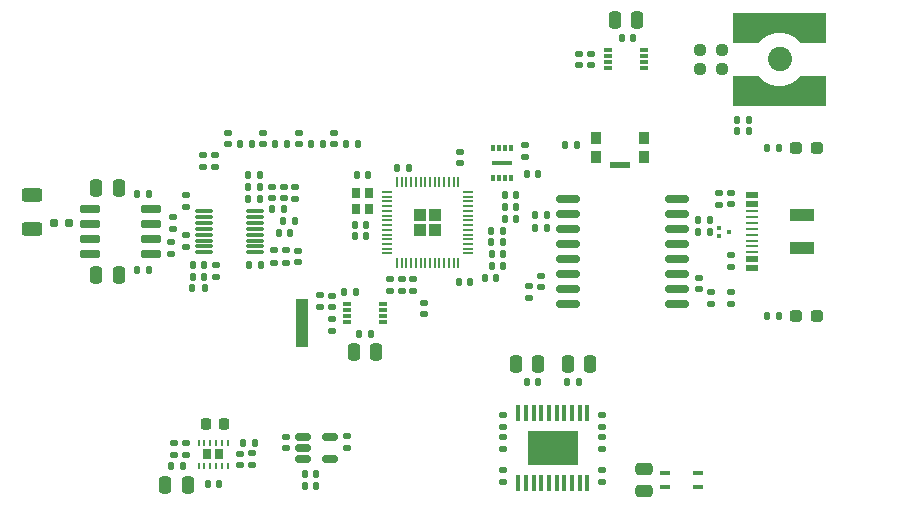
<source format=gtp>
G04 #@! TF.GenerationSoftware,KiCad,Pcbnew,7.0.6-7.0.6~ubuntu20.04.1*
G04 #@! TF.CreationDate,2023-10-16T12:06:56-07:00*
G04 #@! TF.ProjectId,harp_lick_detector_capactive,68617270-5f6c-4696-936b-5f6465746563,rev?*
G04 #@! TF.SameCoordinates,PX640a5a0PY7088980*
G04 #@! TF.FileFunction,Paste,Top*
G04 #@! TF.FilePolarity,Positive*
%FSLAX46Y46*%
G04 Gerber Fmt 4.6, Leading zero omitted, Abs format (unit mm)*
G04 Created by KiCad (PCBNEW 7.0.6-7.0.6~ubuntu20.04.1) date 2023-10-16 12:06:56*
%MOMM*%
%LPD*%
G01*
G04 APERTURE LIST*
G04 Aperture macros list*
%AMRoundRect*
0 Rectangle with rounded corners*
0 $1 Rounding radius*
0 $2 $3 $4 $5 $6 $7 $8 $9 X,Y pos of 4 corners*
0 Add a 4 corners polygon primitive as box body*
4,1,4,$2,$3,$4,$5,$6,$7,$8,$9,$2,$3,0*
0 Add four circle primitives for the rounded corners*
1,1,$1+$1,$2,$3*
1,1,$1+$1,$4,$5*
1,1,$1+$1,$6,$7*
1,1,$1+$1,$8,$9*
0 Add four rect primitives between the rounded corners*
20,1,$1+$1,$2,$3,$4,$5,0*
20,1,$1+$1,$4,$5,$6,$7,0*
20,1,$1+$1,$6,$7,$8,$9,0*
20,1,$1+$1,$8,$9,$2,$3,0*%
%AMFreePoly0*
4,1,40,6.515355,1.015355,6.530000,0.980000,6.530000,-1.460000,6.515355,-1.495355,6.480000,-1.510000,4.370000,-1.510000,4.367882,-1.509122,4.365698,-1.509814,4.350485,-1.501916,4.334645,-1.495355,4.333768,-1.493237,4.331734,-1.492182,4.233315,-1.375157,4.010127,-1.166713,3.760982,-0.990847,3.490207,-0.850543,3.202844,-0.748414,2.904254,-0.686367,2.599999,-0.665555,2.295745,-0.686367,
1.997154,-0.748415,1.709792,-0.850543,1.439022,-0.990844,1.189872,-1.166713,0.966684,-1.375157,0.868266,-1.492182,0.866231,-1.493237,0.865355,-1.495355,0.849514,-1.501916,0.834302,-1.509814,0.832117,-1.509122,0.830000,-1.510000,-1.280000,-1.510000,-1.315355,-1.495355,-1.330000,-1.460000,-1.330000,0.980000,-1.315355,1.015355,-1.280000,1.030000,6.480000,1.030000,6.515355,1.015355,
6.515355,1.015355,$1*%
G04 Aperture macros list end*
%ADD10RoundRect,0.140000X-0.140000X-0.170000X0.140000X-0.170000X0.140000X0.170000X-0.140000X0.170000X0*%
%ADD11RoundRect,0.135000X0.185000X-0.135000X0.185000X0.135000X-0.185000X0.135000X-0.185000X-0.135000X0*%
%ADD12RoundRect,0.237500X0.287500X0.237500X-0.287500X0.237500X-0.287500X-0.237500X0.287500X-0.237500X0*%
%ADD13RoundRect,0.140000X0.140000X0.170000X-0.140000X0.170000X-0.140000X-0.170000X0.140000X-0.170000X0*%
%ADD14RoundRect,0.140000X-0.170000X0.140000X-0.170000X-0.140000X0.170000X-0.140000X0.170000X0.140000X0*%
%ADD15RoundRect,0.250000X-0.475000X0.250000X-0.475000X-0.250000X0.475000X-0.250000X0.475000X0.250000X0*%
%ADD16RoundRect,0.135000X0.135000X0.185000X-0.135000X0.185000X-0.135000X-0.185000X0.135000X-0.185000X0*%
%ADD17RoundRect,0.135000X-0.185000X0.135000X-0.185000X-0.135000X0.185000X-0.135000X0.185000X0.135000X0*%
%ADD18RoundRect,0.135000X-0.135000X-0.185000X0.135000X-0.185000X0.135000X0.185000X-0.135000X0.185000X0*%
%ADD19R,0.300000X0.300000*%
%ADD20RoundRect,0.250000X-0.625000X0.312500X-0.625000X-0.312500X0.625000X-0.312500X0.625000X0.312500X0*%
%ADD21RoundRect,0.140000X0.170000X-0.140000X0.170000X0.140000X-0.170000X0.140000X-0.170000X-0.140000X0*%
%ADD22R,0.800000X0.950000*%
%ADD23R,0.250000X0.500000*%
%ADD24RoundRect,0.250000X-0.250000X-0.475000X0.250000X-0.475000X0.250000X0.475000X-0.250000X0.475000X0*%
%ADD25RoundRect,0.250000X0.250000X0.475000X-0.250000X0.475000X-0.250000X-0.475000X0.250000X-0.475000X0*%
%ADD26RoundRect,0.150000X-0.725000X-0.150000X0.725000X-0.150000X0.725000X0.150000X-0.725000X0.150000X0*%
%ADD27R,0.800000X0.300000*%
%ADD28RoundRect,0.250000X-0.292217X0.292217X-0.292217X-0.292217X0.292217X-0.292217X0.292217X0.292217X0*%
%ADD29RoundRect,0.050000X-0.050000X0.387500X-0.050000X-0.387500X0.050000X-0.387500X0.050000X0.387500X0*%
%ADD30RoundRect,0.050000X-0.387500X0.050000X-0.387500X-0.050000X0.387500X-0.050000X0.387500X0.050000X0*%
%ADD31RoundRect,0.237500X-0.250000X-0.237500X0.250000X-0.237500X0.250000X0.237500X-0.250000X0.237500X0*%
%ADD32R,2.000000X1.000000*%
%ADD33R,1.000000X0.520000*%
%ADD34R,1.000000X0.270000*%
%ADD35R,0.900000X1.000000*%
%ADD36R,1.700000X0.550000*%
%ADD37RoundRect,0.075000X-0.650000X-0.075000X0.650000X-0.075000X0.650000X0.075000X-0.650000X0.075000X0*%
%ADD38R,0.800000X0.900000*%
%ADD39RoundRect,0.147500X-0.172500X0.147500X-0.172500X-0.147500X0.172500X-0.147500X0.172500X0.147500X0*%
%ADD40RoundRect,0.150000X0.875000X0.150000X-0.875000X0.150000X-0.875000X-0.150000X0.875000X-0.150000X0*%
%ADD41C,2.050000*%
%ADD42FreePoly0,180.000000*%
%ADD43FreePoly0,0.000000*%
%ADD44RoundRect,0.147500X0.147500X0.172500X-0.147500X0.172500X-0.147500X-0.172500X0.147500X-0.172500X0*%
%ADD45R,1.140000X1.200000*%
%ADD46R,0.450000X1.450000*%
%ADD47R,4.200000X3.000000*%
%ADD48RoundRect,0.160000X-0.197500X-0.160000X0.197500X-0.160000X0.197500X0.160000X-0.197500X0.160000X0*%
%ADD49RoundRect,0.225000X-0.225000X-0.250000X0.225000X-0.250000X0.225000X0.250000X-0.225000X0.250000X0*%
%ADD50R,0.300000X0.600000*%
%ADD51R,1.700000X0.300000*%
%ADD52RoundRect,0.100000X0.350000X0.100000X-0.350000X0.100000X-0.350000X-0.100000X0.350000X-0.100000X0*%
%ADD53RoundRect,0.150000X-0.512500X-0.150000X0.512500X-0.150000X0.512500X0.150000X-0.512500X0.150000X0*%
%ADD54R,1.000000X4.100000*%
G04 APERTURE END LIST*
D10*
G04 #@! TO.C,C6*
X39620000Y24600000D03*
X40580000Y24600000D03*
G04 #@! TD*
G04 #@! TO.C,C30*
X25920000Y22200000D03*
X26880000Y22200000D03*
G04 #@! TD*
D11*
G04 #@! TO.C,R28*
X43600000Y19990000D03*
X43600000Y21010000D03*
G04 #@! TD*
G04 #@! TO.C,R24*
X34600000Y27790000D03*
X34600000Y28810000D03*
G04 #@! TD*
D12*
G04 #@! TO.C,D1*
X78775000Y17900000D03*
X77025000Y17900000D03*
G04 #@! TD*
D10*
G04 #@! TO.C,C21*
X21220000Y21800000D03*
X22180000Y21800000D03*
G04 #@! TD*
D13*
G04 #@! TO.C,C19*
X49380000Y20700000D03*
X48420000Y20700000D03*
G04 #@! TD*
D11*
G04 #@! TO.C,R40*
X60600000Y6590000D03*
X60600000Y7610000D03*
G04 #@! TD*
G04 #@! TO.C,R44*
X42600000Y19990000D03*
X42600000Y21010000D03*
G04 #@! TD*
D10*
G04 #@! TO.C,C9*
X51220000Y23100000D03*
X52180000Y23100000D03*
G04 #@! TD*
D13*
G04 #@! TO.C,C27*
X36380000Y3455000D03*
X35420000Y3455000D03*
G04 #@! TD*
D14*
G04 #@! TO.C,C38*
X34800000Y23380000D03*
X34800000Y22420000D03*
G04 #@! TD*
D15*
G04 #@! TO.C,C45*
X64100000Y4950000D03*
X64100000Y3050000D03*
G04 #@! TD*
D16*
G04 #@! TO.C,R26*
X33610000Y26900000D03*
X32590000Y26900000D03*
G04 #@! TD*
D17*
G04 #@! TO.C,R38*
X60600000Y9510000D03*
X60600000Y8490000D03*
G04 #@! TD*
G04 #@! TO.C,R21*
X33800000Y23410000D03*
X33800000Y22390000D03*
G04 #@! TD*
D10*
G04 #@! TO.C,C13*
X43220000Y30400000D03*
X44180000Y30400000D03*
G04 #@! TD*
D18*
G04 #@! TO.C,R11*
X51190000Y24100000D03*
X52210000Y24100000D03*
G04 #@! TD*
D10*
G04 #@! TO.C,C8*
X72020000Y33500000D03*
X72980000Y33500000D03*
G04 #@! TD*
D19*
G04 #@! TO.C,U2*
X70475000Y25350000D03*
X70475000Y24650000D03*
X71325000Y25000000D03*
G04 #@! TD*
D13*
G04 #@! TO.C,C41*
X28130000Y3650000D03*
X27170000Y3650000D03*
G04 #@! TD*
D11*
G04 #@! TO.C,R29*
X44600000Y19990000D03*
X44600000Y21010000D03*
G04 #@! TD*
D17*
G04 #@! TO.C,R39*
X52200000Y9510000D03*
X52200000Y8490000D03*
G04 #@! TD*
D20*
G04 #@! TO.C,R14*
X12300000Y28150000D03*
X12300000Y25225000D03*
G04 #@! TD*
D21*
G04 #@! TO.C,C28*
X39000000Y6720000D03*
X39000000Y7680000D03*
G04 #@! TD*
G04 #@! TO.C,C56*
X71500000Y18920000D03*
X71500000Y19880000D03*
G04 #@! TD*
D22*
G04 #@! TO.C,U11*
X28150000Y6150000D03*
X27150000Y6150000D03*
D23*
X28900000Y7100000D03*
X28400000Y7100000D03*
X27900000Y7100000D03*
X27400000Y7100000D03*
X26900000Y7100000D03*
X26400000Y7100000D03*
X26400000Y5200000D03*
X26900000Y5200000D03*
X27400000Y5200000D03*
X27900000Y5200000D03*
X28400000Y5200000D03*
X28900000Y5200000D03*
G04 #@! TD*
D24*
G04 #@! TO.C,C22*
X17750000Y28700000D03*
X19650000Y28700000D03*
G04 #@! TD*
D25*
G04 #@! TO.C,C40*
X25480000Y3550000D03*
X23580000Y3550000D03*
G04 #@! TD*
D21*
G04 #@! TO.C,C54*
X59600000Y39120000D03*
X59600000Y40080000D03*
G04 #@! TD*
D11*
G04 #@! TO.C,R3*
X70500000Y27290000D03*
X70500000Y28310000D03*
G04 #@! TD*
D14*
G04 #@! TO.C,C24*
X25300000Y28080000D03*
X25300000Y27120000D03*
G04 #@! TD*
D26*
G04 #@! TO.C,U7*
X17225000Y26905000D03*
X17225000Y25635000D03*
X17225000Y24365000D03*
X17225000Y23095000D03*
X22375000Y23095000D03*
X22375000Y24365000D03*
X22375000Y25635000D03*
X22375000Y26905000D03*
G04 #@! TD*
D27*
G04 #@! TO.C,U1*
X61050000Y40350000D03*
X61050000Y39850000D03*
X61050000Y39350000D03*
X61050000Y38850000D03*
X64150000Y38850000D03*
X64150000Y39350000D03*
X64150000Y39850000D03*
X64150000Y40350000D03*
G04 #@! TD*
D16*
G04 #@! TO.C,R47*
X34610000Y25900000D03*
X33590000Y25900000D03*
G04 #@! TD*
D17*
G04 #@! TO.C,R46*
X24200000Y26210000D03*
X24200000Y25190000D03*
G04 #@! TD*
D28*
G04 #@! TO.C,U4*
X46437500Y26400000D03*
X45162500Y26400000D03*
X46437500Y25125000D03*
X45162500Y25125000D03*
D29*
X48400000Y29200000D03*
X48000000Y29200000D03*
X47600000Y29200000D03*
X47200000Y29200000D03*
X46800000Y29200000D03*
X46400000Y29200000D03*
X46000000Y29200000D03*
X45600000Y29200000D03*
X45200000Y29200000D03*
X44800000Y29200000D03*
X44400000Y29200000D03*
X44000000Y29200000D03*
X43600000Y29200000D03*
X43200000Y29200000D03*
D30*
X42362500Y28362500D03*
X42362500Y27962500D03*
X42362500Y27562500D03*
X42362500Y27162500D03*
X42362500Y26762500D03*
X42362500Y26362500D03*
X42362500Y25962500D03*
X42362500Y25562500D03*
X42362500Y25162500D03*
X42362500Y24762500D03*
X42362500Y24362500D03*
X42362500Y23962500D03*
X42362500Y23562500D03*
X42362500Y23162500D03*
D29*
X43200000Y22325000D03*
X43600000Y22325000D03*
X44000000Y22325000D03*
X44400000Y22325000D03*
X44800000Y22325000D03*
X45200000Y22325000D03*
X45600000Y22325000D03*
X46000000Y22325000D03*
X46400000Y22325000D03*
X46800000Y22325000D03*
X47200000Y22325000D03*
X47600000Y22325000D03*
X48000000Y22325000D03*
X48400000Y22325000D03*
D30*
X49237500Y23162500D03*
X49237500Y23562500D03*
X49237500Y23962500D03*
X49237500Y24362500D03*
X49237500Y24762500D03*
X49237500Y25162500D03*
X49237500Y25562500D03*
X49237500Y25962500D03*
X49237500Y26362500D03*
X49237500Y26762500D03*
X49237500Y27162500D03*
X49237500Y27562500D03*
X49237500Y27962500D03*
X49237500Y28362500D03*
G04 #@! TD*
D21*
G04 #@! TO.C,C3*
X55400000Y20320000D03*
X55400000Y21280000D03*
G04 #@! TD*
D31*
G04 #@! TO.C,R30*
X68887500Y40400000D03*
X70712500Y40400000D03*
G04 #@! TD*
D32*
G04 #@! TO.C,J5*
X77500000Y23600000D03*
X77500000Y26400000D03*
D33*
X73300000Y21900000D03*
X73300000Y22650000D03*
D34*
X73300000Y23250000D03*
X73300000Y24750000D03*
X73300000Y25750000D03*
X73300000Y26750000D03*
D33*
X73300000Y27350000D03*
X73300000Y28100000D03*
X73300000Y28100000D03*
X73300000Y27350000D03*
D34*
X73300000Y26250000D03*
X73300000Y25250000D03*
X73300000Y24250000D03*
X73300000Y23750000D03*
D33*
X73300000Y22650000D03*
X73300000Y21900000D03*
G04 #@! TD*
D16*
G04 #@! TO.C,R22*
X31710000Y22200000D03*
X30690000Y22200000D03*
G04 #@! TD*
D25*
G04 #@! TO.C,C23*
X19650000Y21300000D03*
X17750000Y21300000D03*
G04 #@! TD*
D16*
G04 #@! TO.C,R7*
X55910000Y25300000D03*
X54890000Y25300000D03*
G04 #@! TD*
D35*
G04 #@! TO.C,SW1*
X60050000Y31300000D03*
X60050000Y32900000D03*
X64150000Y32900000D03*
X64150000Y31300000D03*
D36*
X62100000Y30675000D03*
G04 #@! TD*
D21*
G04 #@! TO.C,C2*
X68800000Y20120000D03*
X68800000Y21080000D03*
G04 #@! TD*
D16*
G04 #@! TO.C,R17*
X33910000Y32400000D03*
X32890000Y32400000D03*
G04 #@! TD*
D37*
G04 #@! TO.C,U6*
X26850000Y26750000D03*
X26850000Y26250000D03*
X26850000Y25750000D03*
X26850000Y25250000D03*
X26850000Y24750000D03*
X26850000Y24250000D03*
X26850000Y23750000D03*
X26850000Y23250000D03*
X31150000Y23250000D03*
X31150000Y23750000D03*
X31150000Y24250000D03*
X31150000Y24750000D03*
X31150000Y25250000D03*
X31150000Y25750000D03*
X31150000Y26250000D03*
X31150000Y26750000D03*
G04 #@! TD*
D11*
G04 #@! TO.C,R32*
X30900000Y5240000D03*
X30900000Y6260000D03*
G04 #@! TD*
D38*
G04 #@! TO.C,X1*
X39750000Y28300000D03*
X39750000Y26900000D03*
X40850000Y26900000D03*
X40850000Y28300000D03*
G04 #@! TD*
D21*
G04 #@! TO.C,C52*
X37700000Y18620000D03*
X37700000Y19580000D03*
G04 #@! TD*
D16*
G04 #@! TO.C,R6*
X55910000Y26400000D03*
X54890000Y26400000D03*
G04 #@! TD*
D18*
G04 #@! TO.C,R12*
X74490000Y17900000D03*
X75510000Y17900000D03*
G04 #@! TD*
D21*
G04 #@! TO.C,C50*
X37700000Y16620000D03*
X37700000Y17580000D03*
G04 #@! TD*
D39*
G04 #@! TO.C,D3*
X71500000Y28285000D03*
X71500000Y27315000D03*
G04 #@! TD*
D13*
G04 #@! TO.C,C14*
X53280000Y26100000D03*
X52320000Y26100000D03*
G04 #@! TD*
D21*
G04 #@! TO.C,C44*
X25350000Y6120000D03*
X25350000Y7080000D03*
G04 #@! TD*
D17*
G04 #@! TO.C,R52*
X32800000Y23410000D03*
X32800000Y22390000D03*
G04 #@! TD*
D16*
G04 #@! TO.C,R4*
X69710000Y26000000D03*
X68690000Y26000000D03*
G04 #@! TD*
D12*
G04 #@! TO.C,D2*
X78775000Y32100000D03*
X77025000Y32100000D03*
G04 #@! TD*
D13*
G04 #@! TO.C,C18*
X53280000Y27100000D03*
X52320000Y27100000D03*
G04 #@! TD*
D10*
G04 #@! TO.C,C10*
X51220000Y22100000D03*
X52180000Y22100000D03*
G04 #@! TD*
D17*
G04 #@! TO.C,R27*
X25300000Y24710000D03*
X25300000Y23690000D03*
G04 #@! TD*
G04 #@! TO.C,R18*
X24100000Y24110000D03*
X24100000Y23090000D03*
G04 #@! TD*
D16*
G04 #@! TO.C,R5*
X69710000Y25000000D03*
X68690000Y25000000D03*
G04 #@! TD*
D21*
G04 #@! TO.C,C59*
X33800000Y6700000D03*
X33800000Y7660000D03*
G04 #@! TD*
D16*
G04 #@! TO.C,R16*
X36910000Y32400000D03*
X35890000Y32400000D03*
G04 #@! TD*
D25*
G04 #@! TO.C,C48*
X55150000Y13800000D03*
X53250000Y13800000D03*
G04 #@! TD*
D18*
G04 #@! TO.C,R23*
X30590000Y29800000D03*
X31610000Y29800000D03*
G04 #@! TD*
D10*
G04 #@! TO.C,C51*
X40020000Y16300000D03*
X40980000Y16300000D03*
G04 #@! TD*
D14*
G04 #@! TO.C,C37*
X69800000Y19880000D03*
X69800000Y18920000D03*
G04 #@! TD*
D17*
G04 #@! TO.C,R9*
X54000000Y32310000D03*
X54000000Y31290000D03*
G04 #@! TD*
D13*
G04 #@! TO.C,C1*
X55180000Y29900000D03*
X54220000Y29900000D03*
G04 #@! TD*
D10*
G04 #@! TO.C,C31*
X25920000Y21200000D03*
X26880000Y21200000D03*
G04 #@! TD*
D21*
G04 #@! TO.C,C35*
X37900000Y32420000D03*
X37900000Y33380000D03*
G04 #@! TD*
D25*
G04 #@! TO.C,C11*
X41450000Y14800000D03*
X39550000Y14800000D03*
G04 #@! TD*
G04 #@! TO.C,C39*
X63550000Y42900000D03*
X61650000Y42900000D03*
G04 #@! TD*
D11*
G04 #@! TO.C,R41*
X52200000Y6590000D03*
X52200000Y7610000D03*
G04 #@! TD*
D14*
G04 #@! TO.C,C12*
X48500000Y31780000D03*
X48500000Y30820000D03*
G04 #@! TD*
D10*
G04 #@! TO.C,C15*
X39620000Y25600000D03*
X40580000Y25600000D03*
G04 #@! TD*
D40*
G04 #@! TO.C,U3*
X66950000Y18855000D03*
X66950000Y20125000D03*
X66950000Y21395000D03*
X66950000Y22665000D03*
X66950000Y23935000D03*
X66950000Y25205000D03*
X66950000Y26475000D03*
X66950000Y27745000D03*
X57650000Y27745000D03*
X57650000Y26475000D03*
X57650000Y25205000D03*
X57650000Y23935000D03*
X57650000Y22665000D03*
X57650000Y21395000D03*
X57650000Y20125000D03*
X57650000Y18855000D03*
G04 #@! TD*
D10*
G04 #@! TO.C,C46*
X57620000Y12300000D03*
X58580000Y12300000D03*
G04 #@! TD*
G04 #@! TO.C,C55*
X62220000Y41400000D03*
X63180000Y41400000D03*
G04 #@! TD*
D21*
G04 #@! TO.C,C57*
X31900000Y32420000D03*
X31900000Y33380000D03*
G04 #@! TD*
D10*
G04 #@! TO.C,C26*
X35420000Y4455000D03*
X36380000Y4455000D03*
G04 #@! TD*
D13*
G04 #@! TO.C,C47*
X55180000Y12300000D03*
X54220000Y12300000D03*
G04 #@! TD*
D27*
G04 #@! TO.C,U13*
X42050000Y17350000D03*
X42050000Y17850000D03*
X42050000Y18350000D03*
X42050000Y18850000D03*
X38950000Y18850000D03*
X38950000Y18350000D03*
X38950000Y17850000D03*
X38950000Y17350000D03*
G04 #@! TD*
D16*
G04 #@! TO.C,R8*
X39910000Y32400000D03*
X38890000Y32400000D03*
G04 #@! TD*
D41*
G04 #@! TO.C,J7*
X75600000Y39600000D03*
D42*
X78200000Y36700000D03*
D43*
X73000000Y42500000D03*
G04 #@! TD*
D21*
G04 #@! TO.C,C16*
X45500000Y18020000D03*
X45500000Y18980000D03*
G04 #@! TD*
D11*
G04 #@! TO.C,R37*
X52200000Y3790000D03*
X52200000Y4810000D03*
G04 #@! TD*
D18*
G04 #@! TO.C,R10*
X51190000Y25050000D03*
X52210000Y25050000D03*
G04 #@! TD*
D14*
G04 #@! TO.C,C34*
X33600000Y28780000D03*
X33600000Y27820000D03*
G04 #@! TD*
D18*
G04 #@! TO.C,R49*
X30590000Y28800000D03*
X31610000Y28800000D03*
G04 #@! TD*
D13*
G04 #@! TO.C,C17*
X51580000Y21100000D03*
X50620000Y21100000D03*
G04 #@! TD*
D18*
G04 #@! TO.C,R13*
X74490000Y32100000D03*
X75510000Y32100000D03*
G04 #@! TD*
D44*
G04 #@! TO.C,D4*
X72985000Y34500000D03*
X72015000Y34500000D03*
G04 #@! TD*
D17*
G04 #@! TO.C,R2*
X71500000Y23010000D03*
X71500000Y21990000D03*
G04 #@! TD*
D13*
G04 #@! TO.C,C20*
X22180000Y28200000D03*
X21220000Y28200000D03*
G04 #@! TD*
D45*
G04 #@! TO.C,U12*
X57800000Y7412500D03*
X56400000Y7412500D03*
X55000000Y7412500D03*
X57800000Y5912500D03*
X56400000Y5912500D03*
X55000000Y5912500D03*
D46*
X59325000Y9612500D03*
X58675000Y9612500D03*
X58025000Y9612500D03*
X57375000Y9612500D03*
X56725000Y9612500D03*
X56075000Y9612500D03*
X55425000Y9612500D03*
X54775000Y9612500D03*
X54125000Y9612500D03*
X53475000Y9612500D03*
X53475000Y3712500D03*
X54125000Y3712500D03*
X54775000Y3712500D03*
X55425000Y3712500D03*
X56075000Y3712500D03*
X56725000Y3712500D03*
X57375000Y3712500D03*
X58025000Y3712500D03*
X58675000Y3712500D03*
X59325000Y3712500D03*
D47*
X56400000Y6662500D03*
G04 #@! TD*
D48*
G04 #@! TO.C,R15*
X14200000Y25700000D03*
X15395000Y25700000D03*
G04 #@! TD*
D16*
G04 #@! TO.C,R34*
X31210000Y7150000D03*
X30190000Y7150000D03*
G04 #@! TD*
D14*
G04 #@! TO.C,C53*
X58600000Y40080000D03*
X58600000Y39120000D03*
G04 #@! TD*
D49*
G04 #@! TO.C,C42*
X27025000Y8750000D03*
X28575000Y8750000D03*
G04 #@! TD*
D18*
G04 #@! TO.C,R35*
X24090000Y5150000D03*
X25110000Y5150000D03*
G04 #@! TD*
D16*
G04 #@! TO.C,R19*
X26910000Y20200000D03*
X25890000Y20200000D03*
G04 #@! TD*
D14*
G04 #@! TO.C,C5*
X54400000Y20380000D03*
X54400000Y19420000D03*
G04 #@! TD*
D11*
G04 #@! TO.C,R20*
X27900000Y21190000D03*
X27900000Y22210000D03*
G04 #@! TD*
D31*
G04 #@! TO.C,R31*
X68887500Y38800000D03*
X70712500Y38800000D03*
G04 #@! TD*
D11*
G04 #@! TO.C,R36*
X60600000Y3790000D03*
X60600000Y4810000D03*
G04 #@! TD*
D14*
G04 #@! TO.C,C43*
X29950000Y6180000D03*
X29950000Y5220000D03*
G04 #@! TD*
D16*
G04 #@! TO.C,R45*
X30910000Y32400000D03*
X29890000Y32400000D03*
G04 #@! TD*
D10*
G04 #@! TO.C,C25*
X33220000Y24900000D03*
X34180000Y24900000D03*
G04 #@! TD*
D24*
G04 #@! TO.C,C49*
X57650000Y13800000D03*
X59550000Y13800000D03*
G04 #@! TD*
D11*
G04 #@! TO.C,R43*
X36700000Y18590000D03*
X36700000Y19610000D03*
G04 #@! TD*
G04 #@! TO.C,R25*
X26800000Y30490000D03*
X26800000Y31510000D03*
G04 #@! TD*
D50*
G04 #@! TO.C,U5*
X52850000Y32050000D03*
X52350000Y32050000D03*
X51850000Y32050000D03*
X51350000Y32050000D03*
X51350000Y29550000D03*
X51850000Y29550000D03*
X52350000Y29550000D03*
X52850000Y29550000D03*
D51*
X52100000Y30800000D03*
G04 #@! TD*
D52*
G04 #@! TO.C,L1*
X68700000Y3425000D03*
X68700000Y4575000D03*
X65900000Y4575000D03*
X65900000Y3425000D03*
G04 #@! TD*
D17*
G04 #@! TO.C,R33*
X24300000Y7110000D03*
X24300000Y6090000D03*
G04 #@! TD*
D21*
G04 #@! TO.C,C36*
X34900000Y32420000D03*
X34900000Y33380000D03*
G04 #@! TD*
D18*
G04 #@! TO.C,R48*
X30590000Y27800000D03*
X31610000Y27800000D03*
G04 #@! TD*
D14*
G04 #@! TO.C,C32*
X27800000Y31480000D03*
X27800000Y30520000D03*
G04 #@! TD*
D53*
G04 #@! TO.C,U8*
X35262500Y7650000D03*
X35262500Y6700000D03*
X35262500Y5750000D03*
X37537500Y5750000D03*
X37537500Y7650000D03*
G04 #@! TD*
D13*
G04 #@! TO.C,C7*
X53280000Y28100000D03*
X52320000Y28100000D03*
G04 #@! TD*
D10*
G04 #@! TO.C,C4*
X39820000Y29800000D03*
X40780000Y29800000D03*
G04 #@! TD*
D14*
G04 #@! TO.C,C33*
X32600000Y28780000D03*
X32600000Y27820000D03*
G04 #@! TD*
D16*
G04 #@! TO.C,R42*
X39710000Y19900000D03*
X38690000Y19900000D03*
G04 #@! TD*
D54*
G04 #@! TO.C,TP1*
X35200000Y17300000D03*
G04 #@! TD*
D16*
G04 #@! TO.C,R1*
X58410000Y32300000D03*
X57390000Y32300000D03*
G04 #@! TD*
D21*
G04 #@! TO.C,C58*
X28900000Y32420000D03*
X28900000Y33380000D03*
G04 #@! TD*
M02*

</source>
